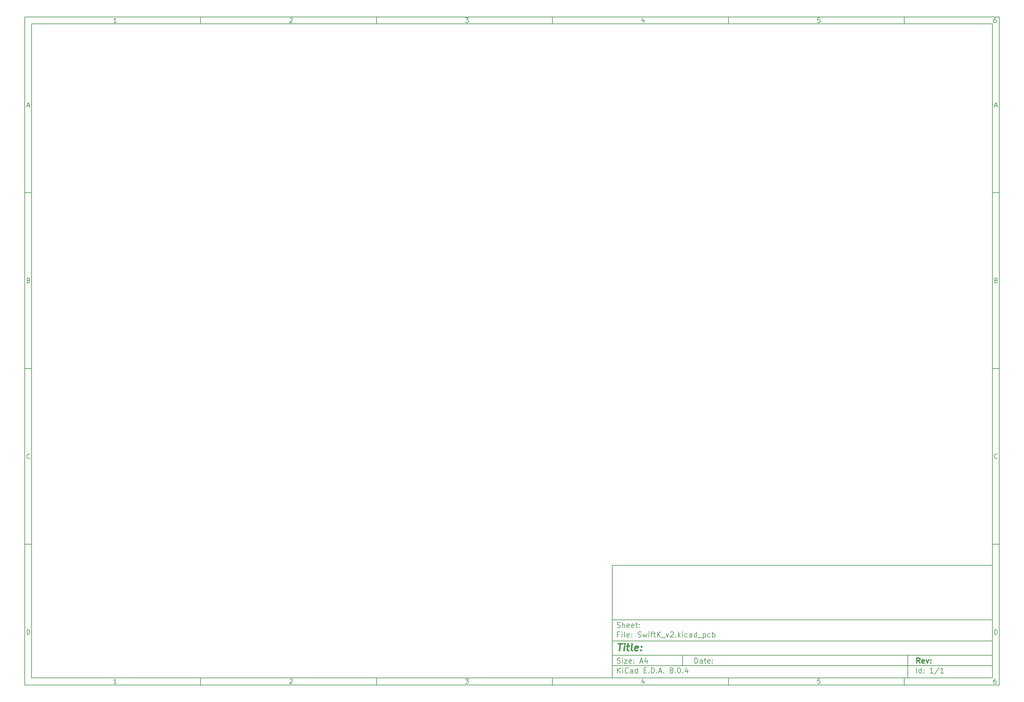
<source format=gbr>
%TF.GenerationSoftware,KiCad,Pcbnew,8.0.4*%
%TF.CreationDate,2024-11-11T17:23:57+08:00*%
%TF.ProjectId,SwiftK_v2,53776966-744b-45f7-9632-2e6b69636164,rev?*%
%TF.SameCoordinates,Original*%
%TF.FileFunction,Paste,Bot*%
%TF.FilePolarity,Positive*%
%FSLAX46Y46*%
G04 Gerber Fmt 4.6, Leading zero omitted, Abs format (unit mm)*
G04 Created by KiCad (PCBNEW 8.0.4) date 2024-11-11 17:23:57*
%MOMM*%
%LPD*%
G01*
G04 APERTURE LIST*
%ADD10C,0.100000*%
%ADD11C,0.150000*%
%ADD12C,0.300000*%
%ADD13C,0.400000*%
G04 APERTURE END LIST*
D10*
D11*
X177002200Y-166007200D02*
X285002200Y-166007200D01*
X285002200Y-198007200D01*
X177002200Y-198007200D01*
X177002200Y-166007200D01*
D10*
D11*
X10000000Y-10000000D02*
X287002200Y-10000000D01*
X287002200Y-200007200D01*
X10000000Y-200007200D01*
X10000000Y-10000000D01*
D10*
D11*
X12000000Y-12000000D02*
X285002200Y-12000000D01*
X285002200Y-198007200D01*
X12000000Y-198007200D01*
X12000000Y-12000000D01*
D10*
D11*
X60000000Y-12000000D02*
X60000000Y-10000000D01*
D10*
D11*
X110000000Y-12000000D02*
X110000000Y-10000000D01*
D10*
D11*
X160000000Y-12000000D02*
X160000000Y-10000000D01*
D10*
D11*
X210000000Y-12000000D02*
X210000000Y-10000000D01*
D10*
D11*
X260000000Y-12000000D02*
X260000000Y-10000000D01*
D10*
D11*
X36089160Y-11593604D02*
X35346303Y-11593604D01*
X35717731Y-11593604D02*
X35717731Y-10293604D01*
X35717731Y-10293604D02*
X35593922Y-10479319D01*
X35593922Y-10479319D02*
X35470112Y-10603128D01*
X35470112Y-10603128D02*
X35346303Y-10665033D01*
D10*
D11*
X85346303Y-10417414D02*
X85408207Y-10355509D01*
X85408207Y-10355509D02*
X85532017Y-10293604D01*
X85532017Y-10293604D02*
X85841541Y-10293604D01*
X85841541Y-10293604D02*
X85965350Y-10355509D01*
X85965350Y-10355509D02*
X86027255Y-10417414D01*
X86027255Y-10417414D02*
X86089160Y-10541223D01*
X86089160Y-10541223D02*
X86089160Y-10665033D01*
X86089160Y-10665033D02*
X86027255Y-10850747D01*
X86027255Y-10850747D02*
X85284398Y-11593604D01*
X85284398Y-11593604D02*
X86089160Y-11593604D01*
D10*
D11*
X135284398Y-10293604D02*
X136089160Y-10293604D01*
X136089160Y-10293604D02*
X135655826Y-10788842D01*
X135655826Y-10788842D02*
X135841541Y-10788842D01*
X135841541Y-10788842D02*
X135965350Y-10850747D01*
X135965350Y-10850747D02*
X136027255Y-10912652D01*
X136027255Y-10912652D02*
X136089160Y-11036461D01*
X136089160Y-11036461D02*
X136089160Y-11345985D01*
X136089160Y-11345985D02*
X136027255Y-11469795D01*
X136027255Y-11469795D02*
X135965350Y-11531700D01*
X135965350Y-11531700D02*
X135841541Y-11593604D01*
X135841541Y-11593604D02*
X135470112Y-11593604D01*
X135470112Y-11593604D02*
X135346303Y-11531700D01*
X135346303Y-11531700D02*
X135284398Y-11469795D01*
D10*
D11*
X185965350Y-10726938D02*
X185965350Y-11593604D01*
X185655826Y-10231700D02*
X185346303Y-11160271D01*
X185346303Y-11160271D02*
X186151064Y-11160271D01*
D10*
D11*
X236027255Y-10293604D02*
X235408207Y-10293604D01*
X235408207Y-10293604D02*
X235346303Y-10912652D01*
X235346303Y-10912652D02*
X235408207Y-10850747D01*
X235408207Y-10850747D02*
X235532017Y-10788842D01*
X235532017Y-10788842D02*
X235841541Y-10788842D01*
X235841541Y-10788842D02*
X235965350Y-10850747D01*
X235965350Y-10850747D02*
X236027255Y-10912652D01*
X236027255Y-10912652D02*
X236089160Y-11036461D01*
X236089160Y-11036461D02*
X236089160Y-11345985D01*
X236089160Y-11345985D02*
X236027255Y-11469795D01*
X236027255Y-11469795D02*
X235965350Y-11531700D01*
X235965350Y-11531700D02*
X235841541Y-11593604D01*
X235841541Y-11593604D02*
X235532017Y-11593604D01*
X235532017Y-11593604D02*
X235408207Y-11531700D01*
X235408207Y-11531700D02*
X235346303Y-11469795D01*
D10*
D11*
X285965350Y-10293604D02*
X285717731Y-10293604D01*
X285717731Y-10293604D02*
X285593922Y-10355509D01*
X285593922Y-10355509D02*
X285532017Y-10417414D01*
X285532017Y-10417414D02*
X285408207Y-10603128D01*
X285408207Y-10603128D02*
X285346303Y-10850747D01*
X285346303Y-10850747D02*
X285346303Y-11345985D01*
X285346303Y-11345985D02*
X285408207Y-11469795D01*
X285408207Y-11469795D02*
X285470112Y-11531700D01*
X285470112Y-11531700D02*
X285593922Y-11593604D01*
X285593922Y-11593604D02*
X285841541Y-11593604D01*
X285841541Y-11593604D02*
X285965350Y-11531700D01*
X285965350Y-11531700D02*
X286027255Y-11469795D01*
X286027255Y-11469795D02*
X286089160Y-11345985D01*
X286089160Y-11345985D02*
X286089160Y-11036461D01*
X286089160Y-11036461D02*
X286027255Y-10912652D01*
X286027255Y-10912652D02*
X285965350Y-10850747D01*
X285965350Y-10850747D02*
X285841541Y-10788842D01*
X285841541Y-10788842D02*
X285593922Y-10788842D01*
X285593922Y-10788842D02*
X285470112Y-10850747D01*
X285470112Y-10850747D02*
X285408207Y-10912652D01*
X285408207Y-10912652D02*
X285346303Y-11036461D01*
D10*
D11*
X60000000Y-198007200D02*
X60000000Y-200007200D01*
D10*
D11*
X110000000Y-198007200D02*
X110000000Y-200007200D01*
D10*
D11*
X160000000Y-198007200D02*
X160000000Y-200007200D01*
D10*
D11*
X210000000Y-198007200D02*
X210000000Y-200007200D01*
D10*
D11*
X260000000Y-198007200D02*
X260000000Y-200007200D01*
D10*
D11*
X36089160Y-199600804D02*
X35346303Y-199600804D01*
X35717731Y-199600804D02*
X35717731Y-198300804D01*
X35717731Y-198300804D02*
X35593922Y-198486519D01*
X35593922Y-198486519D02*
X35470112Y-198610328D01*
X35470112Y-198610328D02*
X35346303Y-198672233D01*
D10*
D11*
X85346303Y-198424614D02*
X85408207Y-198362709D01*
X85408207Y-198362709D02*
X85532017Y-198300804D01*
X85532017Y-198300804D02*
X85841541Y-198300804D01*
X85841541Y-198300804D02*
X85965350Y-198362709D01*
X85965350Y-198362709D02*
X86027255Y-198424614D01*
X86027255Y-198424614D02*
X86089160Y-198548423D01*
X86089160Y-198548423D02*
X86089160Y-198672233D01*
X86089160Y-198672233D02*
X86027255Y-198857947D01*
X86027255Y-198857947D02*
X85284398Y-199600804D01*
X85284398Y-199600804D02*
X86089160Y-199600804D01*
D10*
D11*
X135284398Y-198300804D02*
X136089160Y-198300804D01*
X136089160Y-198300804D02*
X135655826Y-198796042D01*
X135655826Y-198796042D02*
X135841541Y-198796042D01*
X135841541Y-198796042D02*
X135965350Y-198857947D01*
X135965350Y-198857947D02*
X136027255Y-198919852D01*
X136027255Y-198919852D02*
X136089160Y-199043661D01*
X136089160Y-199043661D02*
X136089160Y-199353185D01*
X136089160Y-199353185D02*
X136027255Y-199476995D01*
X136027255Y-199476995D02*
X135965350Y-199538900D01*
X135965350Y-199538900D02*
X135841541Y-199600804D01*
X135841541Y-199600804D02*
X135470112Y-199600804D01*
X135470112Y-199600804D02*
X135346303Y-199538900D01*
X135346303Y-199538900D02*
X135284398Y-199476995D01*
D10*
D11*
X185965350Y-198734138D02*
X185965350Y-199600804D01*
X185655826Y-198238900D02*
X185346303Y-199167471D01*
X185346303Y-199167471D02*
X186151064Y-199167471D01*
D10*
D11*
X236027255Y-198300804D02*
X235408207Y-198300804D01*
X235408207Y-198300804D02*
X235346303Y-198919852D01*
X235346303Y-198919852D02*
X235408207Y-198857947D01*
X235408207Y-198857947D02*
X235532017Y-198796042D01*
X235532017Y-198796042D02*
X235841541Y-198796042D01*
X235841541Y-198796042D02*
X235965350Y-198857947D01*
X235965350Y-198857947D02*
X236027255Y-198919852D01*
X236027255Y-198919852D02*
X236089160Y-199043661D01*
X236089160Y-199043661D02*
X236089160Y-199353185D01*
X236089160Y-199353185D02*
X236027255Y-199476995D01*
X236027255Y-199476995D02*
X235965350Y-199538900D01*
X235965350Y-199538900D02*
X235841541Y-199600804D01*
X235841541Y-199600804D02*
X235532017Y-199600804D01*
X235532017Y-199600804D02*
X235408207Y-199538900D01*
X235408207Y-199538900D02*
X235346303Y-199476995D01*
D10*
D11*
X285965350Y-198300804D02*
X285717731Y-198300804D01*
X285717731Y-198300804D02*
X285593922Y-198362709D01*
X285593922Y-198362709D02*
X285532017Y-198424614D01*
X285532017Y-198424614D02*
X285408207Y-198610328D01*
X285408207Y-198610328D02*
X285346303Y-198857947D01*
X285346303Y-198857947D02*
X285346303Y-199353185D01*
X285346303Y-199353185D02*
X285408207Y-199476995D01*
X285408207Y-199476995D02*
X285470112Y-199538900D01*
X285470112Y-199538900D02*
X285593922Y-199600804D01*
X285593922Y-199600804D02*
X285841541Y-199600804D01*
X285841541Y-199600804D02*
X285965350Y-199538900D01*
X285965350Y-199538900D02*
X286027255Y-199476995D01*
X286027255Y-199476995D02*
X286089160Y-199353185D01*
X286089160Y-199353185D02*
X286089160Y-199043661D01*
X286089160Y-199043661D02*
X286027255Y-198919852D01*
X286027255Y-198919852D02*
X285965350Y-198857947D01*
X285965350Y-198857947D02*
X285841541Y-198796042D01*
X285841541Y-198796042D02*
X285593922Y-198796042D01*
X285593922Y-198796042D02*
X285470112Y-198857947D01*
X285470112Y-198857947D02*
X285408207Y-198919852D01*
X285408207Y-198919852D02*
X285346303Y-199043661D01*
D10*
D11*
X10000000Y-60000000D02*
X12000000Y-60000000D01*
D10*
D11*
X10000000Y-110000000D02*
X12000000Y-110000000D01*
D10*
D11*
X10000000Y-160000000D02*
X12000000Y-160000000D01*
D10*
D11*
X10690476Y-35222176D02*
X11309523Y-35222176D01*
X10566666Y-35593604D02*
X10999999Y-34293604D01*
X10999999Y-34293604D02*
X11433333Y-35593604D01*
D10*
D11*
X11092857Y-84912652D02*
X11278571Y-84974557D01*
X11278571Y-84974557D02*
X11340476Y-85036461D01*
X11340476Y-85036461D02*
X11402380Y-85160271D01*
X11402380Y-85160271D02*
X11402380Y-85345985D01*
X11402380Y-85345985D02*
X11340476Y-85469795D01*
X11340476Y-85469795D02*
X11278571Y-85531700D01*
X11278571Y-85531700D02*
X11154761Y-85593604D01*
X11154761Y-85593604D02*
X10659523Y-85593604D01*
X10659523Y-85593604D02*
X10659523Y-84293604D01*
X10659523Y-84293604D02*
X11092857Y-84293604D01*
X11092857Y-84293604D02*
X11216666Y-84355509D01*
X11216666Y-84355509D02*
X11278571Y-84417414D01*
X11278571Y-84417414D02*
X11340476Y-84541223D01*
X11340476Y-84541223D02*
X11340476Y-84665033D01*
X11340476Y-84665033D02*
X11278571Y-84788842D01*
X11278571Y-84788842D02*
X11216666Y-84850747D01*
X11216666Y-84850747D02*
X11092857Y-84912652D01*
X11092857Y-84912652D02*
X10659523Y-84912652D01*
D10*
D11*
X11402380Y-135469795D02*
X11340476Y-135531700D01*
X11340476Y-135531700D02*
X11154761Y-135593604D01*
X11154761Y-135593604D02*
X11030952Y-135593604D01*
X11030952Y-135593604D02*
X10845238Y-135531700D01*
X10845238Y-135531700D02*
X10721428Y-135407890D01*
X10721428Y-135407890D02*
X10659523Y-135284080D01*
X10659523Y-135284080D02*
X10597619Y-135036461D01*
X10597619Y-135036461D02*
X10597619Y-134850747D01*
X10597619Y-134850747D02*
X10659523Y-134603128D01*
X10659523Y-134603128D02*
X10721428Y-134479319D01*
X10721428Y-134479319D02*
X10845238Y-134355509D01*
X10845238Y-134355509D02*
X11030952Y-134293604D01*
X11030952Y-134293604D02*
X11154761Y-134293604D01*
X11154761Y-134293604D02*
X11340476Y-134355509D01*
X11340476Y-134355509D02*
X11402380Y-134417414D01*
D10*
D11*
X10659523Y-185593604D02*
X10659523Y-184293604D01*
X10659523Y-184293604D02*
X10969047Y-184293604D01*
X10969047Y-184293604D02*
X11154761Y-184355509D01*
X11154761Y-184355509D02*
X11278571Y-184479319D01*
X11278571Y-184479319D02*
X11340476Y-184603128D01*
X11340476Y-184603128D02*
X11402380Y-184850747D01*
X11402380Y-184850747D02*
X11402380Y-185036461D01*
X11402380Y-185036461D02*
X11340476Y-185284080D01*
X11340476Y-185284080D02*
X11278571Y-185407890D01*
X11278571Y-185407890D02*
X11154761Y-185531700D01*
X11154761Y-185531700D02*
X10969047Y-185593604D01*
X10969047Y-185593604D02*
X10659523Y-185593604D01*
D10*
D11*
X287002200Y-60000000D02*
X285002200Y-60000000D01*
D10*
D11*
X287002200Y-110000000D02*
X285002200Y-110000000D01*
D10*
D11*
X287002200Y-160000000D02*
X285002200Y-160000000D01*
D10*
D11*
X285692676Y-35222176D02*
X286311723Y-35222176D01*
X285568866Y-35593604D02*
X286002199Y-34293604D01*
X286002199Y-34293604D02*
X286435533Y-35593604D01*
D10*
D11*
X286095057Y-84912652D02*
X286280771Y-84974557D01*
X286280771Y-84974557D02*
X286342676Y-85036461D01*
X286342676Y-85036461D02*
X286404580Y-85160271D01*
X286404580Y-85160271D02*
X286404580Y-85345985D01*
X286404580Y-85345985D02*
X286342676Y-85469795D01*
X286342676Y-85469795D02*
X286280771Y-85531700D01*
X286280771Y-85531700D02*
X286156961Y-85593604D01*
X286156961Y-85593604D02*
X285661723Y-85593604D01*
X285661723Y-85593604D02*
X285661723Y-84293604D01*
X285661723Y-84293604D02*
X286095057Y-84293604D01*
X286095057Y-84293604D02*
X286218866Y-84355509D01*
X286218866Y-84355509D02*
X286280771Y-84417414D01*
X286280771Y-84417414D02*
X286342676Y-84541223D01*
X286342676Y-84541223D02*
X286342676Y-84665033D01*
X286342676Y-84665033D02*
X286280771Y-84788842D01*
X286280771Y-84788842D02*
X286218866Y-84850747D01*
X286218866Y-84850747D02*
X286095057Y-84912652D01*
X286095057Y-84912652D02*
X285661723Y-84912652D01*
D10*
D11*
X286404580Y-135469795D02*
X286342676Y-135531700D01*
X286342676Y-135531700D02*
X286156961Y-135593604D01*
X286156961Y-135593604D02*
X286033152Y-135593604D01*
X286033152Y-135593604D02*
X285847438Y-135531700D01*
X285847438Y-135531700D02*
X285723628Y-135407890D01*
X285723628Y-135407890D02*
X285661723Y-135284080D01*
X285661723Y-135284080D02*
X285599819Y-135036461D01*
X285599819Y-135036461D02*
X285599819Y-134850747D01*
X285599819Y-134850747D02*
X285661723Y-134603128D01*
X285661723Y-134603128D02*
X285723628Y-134479319D01*
X285723628Y-134479319D02*
X285847438Y-134355509D01*
X285847438Y-134355509D02*
X286033152Y-134293604D01*
X286033152Y-134293604D02*
X286156961Y-134293604D01*
X286156961Y-134293604D02*
X286342676Y-134355509D01*
X286342676Y-134355509D02*
X286404580Y-134417414D01*
D10*
D11*
X285661723Y-185593604D02*
X285661723Y-184293604D01*
X285661723Y-184293604D02*
X285971247Y-184293604D01*
X285971247Y-184293604D02*
X286156961Y-184355509D01*
X286156961Y-184355509D02*
X286280771Y-184479319D01*
X286280771Y-184479319D02*
X286342676Y-184603128D01*
X286342676Y-184603128D02*
X286404580Y-184850747D01*
X286404580Y-184850747D02*
X286404580Y-185036461D01*
X286404580Y-185036461D02*
X286342676Y-185284080D01*
X286342676Y-185284080D02*
X286280771Y-185407890D01*
X286280771Y-185407890D02*
X286156961Y-185531700D01*
X286156961Y-185531700D02*
X285971247Y-185593604D01*
X285971247Y-185593604D02*
X285661723Y-185593604D01*
D10*
D11*
X200458026Y-193793328D02*
X200458026Y-192293328D01*
X200458026Y-192293328D02*
X200815169Y-192293328D01*
X200815169Y-192293328D02*
X201029455Y-192364757D01*
X201029455Y-192364757D02*
X201172312Y-192507614D01*
X201172312Y-192507614D02*
X201243741Y-192650471D01*
X201243741Y-192650471D02*
X201315169Y-192936185D01*
X201315169Y-192936185D02*
X201315169Y-193150471D01*
X201315169Y-193150471D02*
X201243741Y-193436185D01*
X201243741Y-193436185D02*
X201172312Y-193579042D01*
X201172312Y-193579042D02*
X201029455Y-193721900D01*
X201029455Y-193721900D02*
X200815169Y-193793328D01*
X200815169Y-193793328D02*
X200458026Y-193793328D01*
X202600884Y-193793328D02*
X202600884Y-193007614D01*
X202600884Y-193007614D02*
X202529455Y-192864757D01*
X202529455Y-192864757D02*
X202386598Y-192793328D01*
X202386598Y-192793328D02*
X202100884Y-192793328D01*
X202100884Y-192793328D02*
X201958026Y-192864757D01*
X202600884Y-193721900D02*
X202458026Y-193793328D01*
X202458026Y-193793328D02*
X202100884Y-193793328D01*
X202100884Y-193793328D02*
X201958026Y-193721900D01*
X201958026Y-193721900D02*
X201886598Y-193579042D01*
X201886598Y-193579042D02*
X201886598Y-193436185D01*
X201886598Y-193436185D02*
X201958026Y-193293328D01*
X201958026Y-193293328D02*
X202100884Y-193221900D01*
X202100884Y-193221900D02*
X202458026Y-193221900D01*
X202458026Y-193221900D02*
X202600884Y-193150471D01*
X203100884Y-192793328D02*
X203672312Y-192793328D01*
X203315169Y-192293328D02*
X203315169Y-193579042D01*
X203315169Y-193579042D02*
X203386598Y-193721900D01*
X203386598Y-193721900D02*
X203529455Y-193793328D01*
X203529455Y-193793328D02*
X203672312Y-193793328D01*
X204743741Y-193721900D02*
X204600884Y-193793328D01*
X204600884Y-193793328D02*
X204315170Y-193793328D01*
X204315170Y-193793328D02*
X204172312Y-193721900D01*
X204172312Y-193721900D02*
X204100884Y-193579042D01*
X204100884Y-193579042D02*
X204100884Y-193007614D01*
X204100884Y-193007614D02*
X204172312Y-192864757D01*
X204172312Y-192864757D02*
X204315170Y-192793328D01*
X204315170Y-192793328D02*
X204600884Y-192793328D01*
X204600884Y-192793328D02*
X204743741Y-192864757D01*
X204743741Y-192864757D02*
X204815170Y-193007614D01*
X204815170Y-193007614D02*
X204815170Y-193150471D01*
X204815170Y-193150471D02*
X204100884Y-193293328D01*
X205458026Y-193650471D02*
X205529455Y-193721900D01*
X205529455Y-193721900D02*
X205458026Y-193793328D01*
X205458026Y-193793328D02*
X205386598Y-193721900D01*
X205386598Y-193721900D02*
X205458026Y-193650471D01*
X205458026Y-193650471D02*
X205458026Y-193793328D01*
X205458026Y-192864757D02*
X205529455Y-192936185D01*
X205529455Y-192936185D02*
X205458026Y-193007614D01*
X205458026Y-193007614D02*
X205386598Y-192936185D01*
X205386598Y-192936185D02*
X205458026Y-192864757D01*
X205458026Y-192864757D02*
X205458026Y-193007614D01*
D10*
D11*
X177002200Y-194507200D02*
X285002200Y-194507200D01*
D10*
D11*
X178458026Y-196593328D02*
X178458026Y-195093328D01*
X179315169Y-196593328D02*
X178672312Y-195736185D01*
X179315169Y-195093328D02*
X178458026Y-195950471D01*
X179958026Y-196593328D02*
X179958026Y-195593328D01*
X179958026Y-195093328D02*
X179886598Y-195164757D01*
X179886598Y-195164757D02*
X179958026Y-195236185D01*
X179958026Y-195236185D02*
X180029455Y-195164757D01*
X180029455Y-195164757D02*
X179958026Y-195093328D01*
X179958026Y-195093328D02*
X179958026Y-195236185D01*
X181529455Y-196450471D02*
X181458027Y-196521900D01*
X181458027Y-196521900D02*
X181243741Y-196593328D01*
X181243741Y-196593328D02*
X181100884Y-196593328D01*
X181100884Y-196593328D02*
X180886598Y-196521900D01*
X180886598Y-196521900D02*
X180743741Y-196379042D01*
X180743741Y-196379042D02*
X180672312Y-196236185D01*
X180672312Y-196236185D02*
X180600884Y-195950471D01*
X180600884Y-195950471D02*
X180600884Y-195736185D01*
X180600884Y-195736185D02*
X180672312Y-195450471D01*
X180672312Y-195450471D02*
X180743741Y-195307614D01*
X180743741Y-195307614D02*
X180886598Y-195164757D01*
X180886598Y-195164757D02*
X181100884Y-195093328D01*
X181100884Y-195093328D02*
X181243741Y-195093328D01*
X181243741Y-195093328D02*
X181458027Y-195164757D01*
X181458027Y-195164757D02*
X181529455Y-195236185D01*
X182815170Y-196593328D02*
X182815170Y-195807614D01*
X182815170Y-195807614D02*
X182743741Y-195664757D01*
X182743741Y-195664757D02*
X182600884Y-195593328D01*
X182600884Y-195593328D02*
X182315170Y-195593328D01*
X182315170Y-195593328D02*
X182172312Y-195664757D01*
X182815170Y-196521900D02*
X182672312Y-196593328D01*
X182672312Y-196593328D02*
X182315170Y-196593328D01*
X182315170Y-196593328D02*
X182172312Y-196521900D01*
X182172312Y-196521900D02*
X182100884Y-196379042D01*
X182100884Y-196379042D02*
X182100884Y-196236185D01*
X182100884Y-196236185D02*
X182172312Y-196093328D01*
X182172312Y-196093328D02*
X182315170Y-196021900D01*
X182315170Y-196021900D02*
X182672312Y-196021900D01*
X182672312Y-196021900D02*
X182815170Y-195950471D01*
X184172313Y-196593328D02*
X184172313Y-195093328D01*
X184172313Y-196521900D02*
X184029455Y-196593328D01*
X184029455Y-196593328D02*
X183743741Y-196593328D01*
X183743741Y-196593328D02*
X183600884Y-196521900D01*
X183600884Y-196521900D02*
X183529455Y-196450471D01*
X183529455Y-196450471D02*
X183458027Y-196307614D01*
X183458027Y-196307614D02*
X183458027Y-195879042D01*
X183458027Y-195879042D02*
X183529455Y-195736185D01*
X183529455Y-195736185D02*
X183600884Y-195664757D01*
X183600884Y-195664757D02*
X183743741Y-195593328D01*
X183743741Y-195593328D02*
X184029455Y-195593328D01*
X184029455Y-195593328D02*
X184172313Y-195664757D01*
X186029455Y-195807614D02*
X186529455Y-195807614D01*
X186743741Y-196593328D02*
X186029455Y-196593328D01*
X186029455Y-196593328D02*
X186029455Y-195093328D01*
X186029455Y-195093328D02*
X186743741Y-195093328D01*
X187386598Y-196450471D02*
X187458027Y-196521900D01*
X187458027Y-196521900D02*
X187386598Y-196593328D01*
X187386598Y-196593328D02*
X187315170Y-196521900D01*
X187315170Y-196521900D02*
X187386598Y-196450471D01*
X187386598Y-196450471D02*
X187386598Y-196593328D01*
X188100884Y-196593328D02*
X188100884Y-195093328D01*
X188100884Y-195093328D02*
X188458027Y-195093328D01*
X188458027Y-195093328D02*
X188672313Y-195164757D01*
X188672313Y-195164757D02*
X188815170Y-195307614D01*
X188815170Y-195307614D02*
X188886599Y-195450471D01*
X188886599Y-195450471D02*
X188958027Y-195736185D01*
X188958027Y-195736185D02*
X188958027Y-195950471D01*
X188958027Y-195950471D02*
X188886599Y-196236185D01*
X188886599Y-196236185D02*
X188815170Y-196379042D01*
X188815170Y-196379042D02*
X188672313Y-196521900D01*
X188672313Y-196521900D02*
X188458027Y-196593328D01*
X188458027Y-196593328D02*
X188100884Y-196593328D01*
X189600884Y-196450471D02*
X189672313Y-196521900D01*
X189672313Y-196521900D02*
X189600884Y-196593328D01*
X189600884Y-196593328D02*
X189529456Y-196521900D01*
X189529456Y-196521900D02*
X189600884Y-196450471D01*
X189600884Y-196450471D02*
X189600884Y-196593328D01*
X190243742Y-196164757D02*
X190958028Y-196164757D01*
X190100885Y-196593328D02*
X190600885Y-195093328D01*
X190600885Y-195093328D02*
X191100885Y-196593328D01*
X191600884Y-196450471D02*
X191672313Y-196521900D01*
X191672313Y-196521900D02*
X191600884Y-196593328D01*
X191600884Y-196593328D02*
X191529456Y-196521900D01*
X191529456Y-196521900D02*
X191600884Y-196450471D01*
X191600884Y-196450471D02*
X191600884Y-196593328D01*
X193672313Y-195736185D02*
X193529456Y-195664757D01*
X193529456Y-195664757D02*
X193458027Y-195593328D01*
X193458027Y-195593328D02*
X193386599Y-195450471D01*
X193386599Y-195450471D02*
X193386599Y-195379042D01*
X193386599Y-195379042D02*
X193458027Y-195236185D01*
X193458027Y-195236185D02*
X193529456Y-195164757D01*
X193529456Y-195164757D02*
X193672313Y-195093328D01*
X193672313Y-195093328D02*
X193958027Y-195093328D01*
X193958027Y-195093328D02*
X194100885Y-195164757D01*
X194100885Y-195164757D02*
X194172313Y-195236185D01*
X194172313Y-195236185D02*
X194243742Y-195379042D01*
X194243742Y-195379042D02*
X194243742Y-195450471D01*
X194243742Y-195450471D02*
X194172313Y-195593328D01*
X194172313Y-195593328D02*
X194100885Y-195664757D01*
X194100885Y-195664757D02*
X193958027Y-195736185D01*
X193958027Y-195736185D02*
X193672313Y-195736185D01*
X193672313Y-195736185D02*
X193529456Y-195807614D01*
X193529456Y-195807614D02*
X193458027Y-195879042D01*
X193458027Y-195879042D02*
X193386599Y-196021900D01*
X193386599Y-196021900D02*
X193386599Y-196307614D01*
X193386599Y-196307614D02*
X193458027Y-196450471D01*
X193458027Y-196450471D02*
X193529456Y-196521900D01*
X193529456Y-196521900D02*
X193672313Y-196593328D01*
X193672313Y-196593328D02*
X193958027Y-196593328D01*
X193958027Y-196593328D02*
X194100885Y-196521900D01*
X194100885Y-196521900D02*
X194172313Y-196450471D01*
X194172313Y-196450471D02*
X194243742Y-196307614D01*
X194243742Y-196307614D02*
X194243742Y-196021900D01*
X194243742Y-196021900D02*
X194172313Y-195879042D01*
X194172313Y-195879042D02*
X194100885Y-195807614D01*
X194100885Y-195807614D02*
X193958027Y-195736185D01*
X194886598Y-196450471D02*
X194958027Y-196521900D01*
X194958027Y-196521900D02*
X194886598Y-196593328D01*
X194886598Y-196593328D02*
X194815170Y-196521900D01*
X194815170Y-196521900D02*
X194886598Y-196450471D01*
X194886598Y-196450471D02*
X194886598Y-196593328D01*
X195886599Y-195093328D02*
X196029456Y-195093328D01*
X196029456Y-195093328D02*
X196172313Y-195164757D01*
X196172313Y-195164757D02*
X196243742Y-195236185D01*
X196243742Y-195236185D02*
X196315170Y-195379042D01*
X196315170Y-195379042D02*
X196386599Y-195664757D01*
X196386599Y-195664757D02*
X196386599Y-196021900D01*
X196386599Y-196021900D02*
X196315170Y-196307614D01*
X196315170Y-196307614D02*
X196243742Y-196450471D01*
X196243742Y-196450471D02*
X196172313Y-196521900D01*
X196172313Y-196521900D02*
X196029456Y-196593328D01*
X196029456Y-196593328D02*
X195886599Y-196593328D01*
X195886599Y-196593328D02*
X195743742Y-196521900D01*
X195743742Y-196521900D02*
X195672313Y-196450471D01*
X195672313Y-196450471D02*
X195600884Y-196307614D01*
X195600884Y-196307614D02*
X195529456Y-196021900D01*
X195529456Y-196021900D02*
X195529456Y-195664757D01*
X195529456Y-195664757D02*
X195600884Y-195379042D01*
X195600884Y-195379042D02*
X195672313Y-195236185D01*
X195672313Y-195236185D02*
X195743742Y-195164757D01*
X195743742Y-195164757D02*
X195886599Y-195093328D01*
X197029455Y-196450471D02*
X197100884Y-196521900D01*
X197100884Y-196521900D02*
X197029455Y-196593328D01*
X197029455Y-196593328D02*
X196958027Y-196521900D01*
X196958027Y-196521900D02*
X197029455Y-196450471D01*
X197029455Y-196450471D02*
X197029455Y-196593328D01*
X198386599Y-195593328D02*
X198386599Y-196593328D01*
X198029456Y-195021900D02*
X197672313Y-196093328D01*
X197672313Y-196093328D02*
X198600884Y-196093328D01*
D10*
D11*
X177002200Y-191507200D02*
X285002200Y-191507200D01*
D10*
D12*
X264413853Y-193785528D02*
X263913853Y-193071242D01*
X263556710Y-193785528D02*
X263556710Y-192285528D01*
X263556710Y-192285528D02*
X264128139Y-192285528D01*
X264128139Y-192285528D02*
X264270996Y-192356957D01*
X264270996Y-192356957D02*
X264342425Y-192428385D01*
X264342425Y-192428385D02*
X264413853Y-192571242D01*
X264413853Y-192571242D02*
X264413853Y-192785528D01*
X264413853Y-192785528D02*
X264342425Y-192928385D01*
X264342425Y-192928385D02*
X264270996Y-192999814D01*
X264270996Y-192999814D02*
X264128139Y-193071242D01*
X264128139Y-193071242D02*
X263556710Y-193071242D01*
X265628139Y-193714100D02*
X265485282Y-193785528D01*
X265485282Y-193785528D02*
X265199568Y-193785528D01*
X265199568Y-193785528D02*
X265056710Y-193714100D01*
X265056710Y-193714100D02*
X264985282Y-193571242D01*
X264985282Y-193571242D02*
X264985282Y-192999814D01*
X264985282Y-192999814D02*
X265056710Y-192856957D01*
X265056710Y-192856957D02*
X265199568Y-192785528D01*
X265199568Y-192785528D02*
X265485282Y-192785528D01*
X265485282Y-192785528D02*
X265628139Y-192856957D01*
X265628139Y-192856957D02*
X265699568Y-192999814D01*
X265699568Y-192999814D02*
X265699568Y-193142671D01*
X265699568Y-193142671D02*
X264985282Y-193285528D01*
X266199567Y-192785528D02*
X266556710Y-193785528D01*
X266556710Y-193785528D02*
X266913853Y-192785528D01*
X267485281Y-193642671D02*
X267556710Y-193714100D01*
X267556710Y-193714100D02*
X267485281Y-193785528D01*
X267485281Y-193785528D02*
X267413853Y-193714100D01*
X267413853Y-193714100D02*
X267485281Y-193642671D01*
X267485281Y-193642671D02*
X267485281Y-193785528D01*
X267485281Y-192856957D02*
X267556710Y-192928385D01*
X267556710Y-192928385D02*
X267485281Y-192999814D01*
X267485281Y-192999814D02*
X267413853Y-192928385D01*
X267413853Y-192928385D02*
X267485281Y-192856957D01*
X267485281Y-192856957D02*
X267485281Y-192999814D01*
D10*
D11*
X178386598Y-193721900D02*
X178600884Y-193793328D01*
X178600884Y-193793328D02*
X178958026Y-193793328D01*
X178958026Y-193793328D02*
X179100884Y-193721900D01*
X179100884Y-193721900D02*
X179172312Y-193650471D01*
X179172312Y-193650471D02*
X179243741Y-193507614D01*
X179243741Y-193507614D02*
X179243741Y-193364757D01*
X179243741Y-193364757D02*
X179172312Y-193221900D01*
X179172312Y-193221900D02*
X179100884Y-193150471D01*
X179100884Y-193150471D02*
X178958026Y-193079042D01*
X178958026Y-193079042D02*
X178672312Y-193007614D01*
X178672312Y-193007614D02*
X178529455Y-192936185D01*
X178529455Y-192936185D02*
X178458026Y-192864757D01*
X178458026Y-192864757D02*
X178386598Y-192721900D01*
X178386598Y-192721900D02*
X178386598Y-192579042D01*
X178386598Y-192579042D02*
X178458026Y-192436185D01*
X178458026Y-192436185D02*
X178529455Y-192364757D01*
X178529455Y-192364757D02*
X178672312Y-192293328D01*
X178672312Y-192293328D02*
X179029455Y-192293328D01*
X179029455Y-192293328D02*
X179243741Y-192364757D01*
X179886597Y-193793328D02*
X179886597Y-192793328D01*
X179886597Y-192293328D02*
X179815169Y-192364757D01*
X179815169Y-192364757D02*
X179886597Y-192436185D01*
X179886597Y-192436185D02*
X179958026Y-192364757D01*
X179958026Y-192364757D02*
X179886597Y-192293328D01*
X179886597Y-192293328D02*
X179886597Y-192436185D01*
X180458026Y-192793328D02*
X181243741Y-192793328D01*
X181243741Y-192793328D02*
X180458026Y-193793328D01*
X180458026Y-193793328D02*
X181243741Y-193793328D01*
X182386598Y-193721900D02*
X182243741Y-193793328D01*
X182243741Y-193793328D02*
X181958027Y-193793328D01*
X181958027Y-193793328D02*
X181815169Y-193721900D01*
X181815169Y-193721900D02*
X181743741Y-193579042D01*
X181743741Y-193579042D02*
X181743741Y-193007614D01*
X181743741Y-193007614D02*
X181815169Y-192864757D01*
X181815169Y-192864757D02*
X181958027Y-192793328D01*
X181958027Y-192793328D02*
X182243741Y-192793328D01*
X182243741Y-192793328D02*
X182386598Y-192864757D01*
X182386598Y-192864757D02*
X182458027Y-193007614D01*
X182458027Y-193007614D02*
X182458027Y-193150471D01*
X182458027Y-193150471D02*
X181743741Y-193293328D01*
X183100883Y-193650471D02*
X183172312Y-193721900D01*
X183172312Y-193721900D02*
X183100883Y-193793328D01*
X183100883Y-193793328D02*
X183029455Y-193721900D01*
X183029455Y-193721900D02*
X183100883Y-193650471D01*
X183100883Y-193650471D02*
X183100883Y-193793328D01*
X183100883Y-192864757D02*
X183172312Y-192936185D01*
X183172312Y-192936185D02*
X183100883Y-193007614D01*
X183100883Y-193007614D02*
X183029455Y-192936185D01*
X183029455Y-192936185D02*
X183100883Y-192864757D01*
X183100883Y-192864757D02*
X183100883Y-193007614D01*
X184886598Y-193364757D02*
X185600884Y-193364757D01*
X184743741Y-193793328D02*
X185243741Y-192293328D01*
X185243741Y-192293328D02*
X185743741Y-193793328D01*
X186886598Y-192793328D02*
X186886598Y-193793328D01*
X186529455Y-192221900D02*
X186172312Y-193293328D01*
X186172312Y-193293328D02*
X187100883Y-193293328D01*
D10*
D11*
X263458026Y-196593328D02*
X263458026Y-195093328D01*
X264815170Y-196593328D02*
X264815170Y-195093328D01*
X264815170Y-196521900D02*
X264672312Y-196593328D01*
X264672312Y-196593328D02*
X264386598Y-196593328D01*
X264386598Y-196593328D02*
X264243741Y-196521900D01*
X264243741Y-196521900D02*
X264172312Y-196450471D01*
X264172312Y-196450471D02*
X264100884Y-196307614D01*
X264100884Y-196307614D02*
X264100884Y-195879042D01*
X264100884Y-195879042D02*
X264172312Y-195736185D01*
X264172312Y-195736185D02*
X264243741Y-195664757D01*
X264243741Y-195664757D02*
X264386598Y-195593328D01*
X264386598Y-195593328D02*
X264672312Y-195593328D01*
X264672312Y-195593328D02*
X264815170Y-195664757D01*
X265529455Y-196450471D02*
X265600884Y-196521900D01*
X265600884Y-196521900D02*
X265529455Y-196593328D01*
X265529455Y-196593328D02*
X265458027Y-196521900D01*
X265458027Y-196521900D02*
X265529455Y-196450471D01*
X265529455Y-196450471D02*
X265529455Y-196593328D01*
X265529455Y-195664757D02*
X265600884Y-195736185D01*
X265600884Y-195736185D02*
X265529455Y-195807614D01*
X265529455Y-195807614D02*
X265458027Y-195736185D01*
X265458027Y-195736185D02*
X265529455Y-195664757D01*
X265529455Y-195664757D02*
X265529455Y-195807614D01*
X268172313Y-196593328D02*
X267315170Y-196593328D01*
X267743741Y-196593328D02*
X267743741Y-195093328D01*
X267743741Y-195093328D02*
X267600884Y-195307614D01*
X267600884Y-195307614D02*
X267458027Y-195450471D01*
X267458027Y-195450471D02*
X267315170Y-195521900D01*
X269886598Y-195021900D02*
X268600884Y-196950471D01*
X271172313Y-196593328D02*
X270315170Y-196593328D01*
X270743741Y-196593328D02*
X270743741Y-195093328D01*
X270743741Y-195093328D02*
X270600884Y-195307614D01*
X270600884Y-195307614D02*
X270458027Y-195450471D01*
X270458027Y-195450471D02*
X270315170Y-195521900D01*
D10*
D11*
X177002200Y-187507200D02*
X285002200Y-187507200D01*
D10*
D13*
X178693928Y-188211638D02*
X179836785Y-188211638D01*
X179015357Y-190211638D02*
X179265357Y-188211638D01*
X180253452Y-190211638D02*
X180420119Y-188878304D01*
X180503452Y-188211638D02*
X180396309Y-188306876D01*
X180396309Y-188306876D02*
X180479643Y-188402114D01*
X180479643Y-188402114D02*
X180586786Y-188306876D01*
X180586786Y-188306876D02*
X180503452Y-188211638D01*
X180503452Y-188211638D02*
X180479643Y-188402114D01*
X181086786Y-188878304D02*
X181848690Y-188878304D01*
X181455833Y-188211638D02*
X181241548Y-189925923D01*
X181241548Y-189925923D02*
X181312976Y-190116400D01*
X181312976Y-190116400D02*
X181491548Y-190211638D01*
X181491548Y-190211638D02*
X181682024Y-190211638D01*
X182634405Y-190211638D02*
X182455833Y-190116400D01*
X182455833Y-190116400D02*
X182384405Y-189925923D01*
X182384405Y-189925923D02*
X182598690Y-188211638D01*
X184170119Y-190116400D02*
X183967738Y-190211638D01*
X183967738Y-190211638D02*
X183586785Y-190211638D01*
X183586785Y-190211638D02*
X183408214Y-190116400D01*
X183408214Y-190116400D02*
X183336785Y-189925923D01*
X183336785Y-189925923D02*
X183432024Y-189164019D01*
X183432024Y-189164019D02*
X183551071Y-188973542D01*
X183551071Y-188973542D02*
X183753452Y-188878304D01*
X183753452Y-188878304D02*
X184134404Y-188878304D01*
X184134404Y-188878304D02*
X184312976Y-188973542D01*
X184312976Y-188973542D02*
X184384404Y-189164019D01*
X184384404Y-189164019D02*
X184360595Y-189354495D01*
X184360595Y-189354495D02*
X183384404Y-189544971D01*
X185134405Y-190021161D02*
X185217738Y-190116400D01*
X185217738Y-190116400D02*
X185110595Y-190211638D01*
X185110595Y-190211638D02*
X185027262Y-190116400D01*
X185027262Y-190116400D02*
X185134405Y-190021161D01*
X185134405Y-190021161D02*
X185110595Y-190211638D01*
X185265357Y-188973542D02*
X185348690Y-189068780D01*
X185348690Y-189068780D02*
X185241548Y-189164019D01*
X185241548Y-189164019D02*
X185158214Y-189068780D01*
X185158214Y-189068780D02*
X185265357Y-188973542D01*
X185265357Y-188973542D02*
X185241548Y-189164019D01*
D10*
D11*
X178958026Y-185607614D02*
X178458026Y-185607614D01*
X178458026Y-186393328D02*
X178458026Y-184893328D01*
X178458026Y-184893328D02*
X179172312Y-184893328D01*
X179743740Y-186393328D02*
X179743740Y-185393328D01*
X179743740Y-184893328D02*
X179672312Y-184964757D01*
X179672312Y-184964757D02*
X179743740Y-185036185D01*
X179743740Y-185036185D02*
X179815169Y-184964757D01*
X179815169Y-184964757D02*
X179743740Y-184893328D01*
X179743740Y-184893328D02*
X179743740Y-185036185D01*
X180672312Y-186393328D02*
X180529455Y-186321900D01*
X180529455Y-186321900D02*
X180458026Y-186179042D01*
X180458026Y-186179042D02*
X180458026Y-184893328D01*
X181815169Y-186321900D02*
X181672312Y-186393328D01*
X181672312Y-186393328D02*
X181386598Y-186393328D01*
X181386598Y-186393328D02*
X181243740Y-186321900D01*
X181243740Y-186321900D02*
X181172312Y-186179042D01*
X181172312Y-186179042D02*
X181172312Y-185607614D01*
X181172312Y-185607614D02*
X181243740Y-185464757D01*
X181243740Y-185464757D02*
X181386598Y-185393328D01*
X181386598Y-185393328D02*
X181672312Y-185393328D01*
X181672312Y-185393328D02*
X181815169Y-185464757D01*
X181815169Y-185464757D02*
X181886598Y-185607614D01*
X181886598Y-185607614D02*
X181886598Y-185750471D01*
X181886598Y-185750471D02*
X181172312Y-185893328D01*
X182529454Y-186250471D02*
X182600883Y-186321900D01*
X182600883Y-186321900D02*
X182529454Y-186393328D01*
X182529454Y-186393328D02*
X182458026Y-186321900D01*
X182458026Y-186321900D02*
X182529454Y-186250471D01*
X182529454Y-186250471D02*
X182529454Y-186393328D01*
X182529454Y-185464757D02*
X182600883Y-185536185D01*
X182600883Y-185536185D02*
X182529454Y-185607614D01*
X182529454Y-185607614D02*
X182458026Y-185536185D01*
X182458026Y-185536185D02*
X182529454Y-185464757D01*
X182529454Y-185464757D02*
X182529454Y-185607614D01*
X184315169Y-186321900D02*
X184529455Y-186393328D01*
X184529455Y-186393328D02*
X184886597Y-186393328D01*
X184886597Y-186393328D02*
X185029455Y-186321900D01*
X185029455Y-186321900D02*
X185100883Y-186250471D01*
X185100883Y-186250471D02*
X185172312Y-186107614D01*
X185172312Y-186107614D02*
X185172312Y-185964757D01*
X185172312Y-185964757D02*
X185100883Y-185821900D01*
X185100883Y-185821900D02*
X185029455Y-185750471D01*
X185029455Y-185750471D02*
X184886597Y-185679042D01*
X184886597Y-185679042D02*
X184600883Y-185607614D01*
X184600883Y-185607614D02*
X184458026Y-185536185D01*
X184458026Y-185536185D02*
X184386597Y-185464757D01*
X184386597Y-185464757D02*
X184315169Y-185321900D01*
X184315169Y-185321900D02*
X184315169Y-185179042D01*
X184315169Y-185179042D02*
X184386597Y-185036185D01*
X184386597Y-185036185D02*
X184458026Y-184964757D01*
X184458026Y-184964757D02*
X184600883Y-184893328D01*
X184600883Y-184893328D02*
X184958026Y-184893328D01*
X184958026Y-184893328D02*
X185172312Y-184964757D01*
X185672311Y-185393328D02*
X185958026Y-186393328D01*
X185958026Y-186393328D02*
X186243740Y-185679042D01*
X186243740Y-185679042D02*
X186529454Y-186393328D01*
X186529454Y-186393328D02*
X186815168Y-185393328D01*
X187386597Y-186393328D02*
X187386597Y-185393328D01*
X187386597Y-184893328D02*
X187315169Y-184964757D01*
X187315169Y-184964757D02*
X187386597Y-185036185D01*
X187386597Y-185036185D02*
X187458026Y-184964757D01*
X187458026Y-184964757D02*
X187386597Y-184893328D01*
X187386597Y-184893328D02*
X187386597Y-185036185D01*
X187886598Y-185393328D02*
X188458026Y-185393328D01*
X188100883Y-186393328D02*
X188100883Y-185107614D01*
X188100883Y-185107614D02*
X188172312Y-184964757D01*
X188172312Y-184964757D02*
X188315169Y-184893328D01*
X188315169Y-184893328D02*
X188458026Y-184893328D01*
X188743741Y-185393328D02*
X189315169Y-185393328D01*
X188958026Y-184893328D02*
X188958026Y-186179042D01*
X188958026Y-186179042D02*
X189029455Y-186321900D01*
X189029455Y-186321900D02*
X189172312Y-186393328D01*
X189172312Y-186393328D02*
X189315169Y-186393328D01*
X189815169Y-186393328D02*
X189815169Y-184893328D01*
X190672312Y-186393328D02*
X190029455Y-185536185D01*
X190672312Y-184893328D02*
X189815169Y-185750471D01*
X190958027Y-186536185D02*
X192100884Y-186536185D01*
X192315169Y-185393328D02*
X192672312Y-186393328D01*
X192672312Y-186393328D02*
X193029455Y-185393328D01*
X193529455Y-185036185D02*
X193600883Y-184964757D01*
X193600883Y-184964757D02*
X193743741Y-184893328D01*
X193743741Y-184893328D02*
X194100883Y-184893328D01*
X194100883Y-184893328D02*
X194243741Y-184964757D01*
X194243741Y-184964757D02*
X194315169Y-185036185D01*
X194315169Y-185036185D02*
X194386598Y-185179042D01*
X194386598Y-185179042D02*
X194386598Y-185321900D01*
X194386598Y-185321900D02*
X194315169Y-185536185D01*
X194315169Y-185536185D02*
X193458026Y-186393328D01*
X193458026Y-186393328D02*
X194386598Y-186393328D01*
X195029454Y-186250471D02*
X195100883Y-186321900D01*
X195100883Y-186321900D02*
X195029454Y-186393328D01*
X195029454Y-186393328D02*
X194958026Y-186321900D01*
X194958026Y-186321900D02*
X195029454Y-186250471D01*
X195029454Y-186250471D02*
X195029454Y-186393328D01*
X195743740Y-186393328D02*
X195743740Y-184893328D01*
X195886598Y-185821900D02*
X196315169Y-186393328D01*
X196315169Y-185393328D02*
X195743740Y-185964757D01*
X196958026Y-186393328D02*
X196958026Y-185393328D01*
X196958026Y-184893328D02*
X196886598Y-184964757D01*
X196886598Y-184964757D02*
X196958026Y-185036185D01*
X196958026Y-185036185D02*
X197029455Y-184964757D01*
X197029455Y-184964757D02*
X196958026Y-184893328D01*
X196958026Y-184893328D02*
X196958026Y-185036185D01*
X198315170Y-186321900D02*
X198172312Y-186393328D01*
X198172312Y-186393328D02*
X197886598Y-186393328D01*
X197886598Y-186393328D02*
X197743741Y-186321900D01*
X197743741Y-186321900D02*
X197672312Y-186250471D01*
X197672312Y-186250471D02*
X197600884Y-186107614D01*
X197600884Y-186107614D02*
X197600884Y-185679042D01*
X197600884Y-185679042D02*
X197672312Y-185536185D01*
X197672312Y-185536185D02*
X197743741Y-185464757D01*
X197743741Y-185464757D02*
X197886598Y-185393328D01*
X197886598Y-185393328D02*
X198172312Y-185393328D01*
X198172312Y-185393328D02*
X198315170Y-185464757D01*
X199600884Y-186393328D02*
X199600884Y-185607614D01*
X199600884Y-185607614D02*
X199529455Y-185464757D01*
X199529455Y-185464757D02*
X199386598Y-185393328D01*
X199386598Y-185393328D02*
X199100884Y-185393328D01*
X199100884Y-185393328D02*
X198958026Y-185464757D01*
X199600884Y-186321900D02*
X199458026Y-186393328D01*
X199458026Y-186393328D02*
X199100884Y-186393328D01*
X199100884Y-186393328D02*
X198958026Y-186321900D01*
X198958026Y-186321900D02*
X198886598Y-186179042D01*
X198886598Y-186179042D02*
X198886598Y-186036185D01*
X198886598Y-186036185D02*
X198958026Y-185893328D01*
X198958026Y-185893328D02*
X199100884Y-185821900D01*
X199100884Y-185821900D02*
X199458026Y-185821900D01*
X199458026Y-185821900D02*
X199600884Y-185750471D01*
X200958027Y-186393328D02*
X200958027Y-184893328D01*
X200958027Y-186321900D02*
X200815169Y-186393328D01*
X200815169Y-186393328D02*
X200529455Y-186393328D01*
X200529455Y-186393328D02*
X200386598Y-186321900D01*
X200386598Y-186321900D02*
X200315169Y-186250471D01*
X200315169Y-186250471D02*
X200243741Y-186107614D01*
X200243741Y-186107614D02*
X200243741Y-185679042D01*
X200243741Y-185679042D02*
X200315169Y-185536185D01*
X200315169Y-185536185D02*
X200386598Y-185464757D01*
X200386598Y-185464757D02*
X200529455Y-185393328D01*
X200529455Y-185393328D02*
X200815169Y-185393328D01*
X200815169Y-185393328D02*
X200958027Y-185464757D01*
X201315170Y-186536185D02*
X202458027Y-186536185D01*
X202815169Y-185393328D02*
X202815169Y-186893328D01*
X202815169Y-185464757D02*
X202958027Y-185393328D01*
X202958027Y-185393328D02*
X203243741Y-185393328D01*
X203243741Y-185393328D02*
X203386598Y-185464757D01*
X203386598Y-185464757D02*
X203458027Y-185536185D01*
X203458027Y-185536185D02*
X203529455Y-185679042D01*
X203529455Y-185679042D02*
X203529455Y-186107614D01*
X203529455Y-186107614D02*
X203458027Y-186250471D01*
X203458027Y-186250471D02*
X203386598Y-186321900D01*
X203386598Y-186321900D02*
X203243741Y-186393328D01*
X203243741Y-186393328D02*
X202958027Y-186393328D01*
X202958027Y-186393328D02*
X202815169Y-186321900D01*
X204815170Y-186321900D02*
X204672312Y-186393328D01*
X204672312Y-186393328D02*
X204386598Y-186393328D01*
X204386598Y-186393328D02*
X204243741Y-186321900D01*
X204243741Y-186321900D02*
X204172312Y-186250471D01*
X204172312Y-186250471D02*
X204100884Y-186107614D01*
X204100884Y-186107614D02*
X204100884Y-185679042D01*
X204100884Y-185679042D02*
X204172312Y-185536185D01*
X204172312Y-185536185D02*
X204243741Y-185464757D01*
X204243741Y-185464757D02*
X204386598Y-185393328D01*
X204386598Y-185393328D02*
X204672312Y-185393328D01*
X204672312Y-185393328D02*
X204815170Y-185464757D01*
X205458026Y-186393328D02*
X205458026Y-184893328D01*
X205458026Y-185464757D02*
X205600884Y-185393328D01*
X205600884Y-185393328D02*
X205886598Y-185393328D01*
X205886598Y-185393328D02*
X206029455Y-185464757D01*
X206029455Y-185464757D02*
X206100884Y-185536185D01*
X206100884Y-185536185D02*
X206172312Y-185679042D01*
X206172312Y-185679042D02*
X206172312Y-186107614D01*
X206172312Y-186107614D02*
X206100884Y-186250471D01*
X206100884Y-186250471D02*
X206029455Y-186321900D01*
X206029455Y-186321900D02*
X205886598Y-186393328D01*
X205886598Y-186393328D02*
X205600884Y-186393328D01*
X205600884Y-186393328D02*
X205458026Y-186321900D01*
D10*
D11*
X177002200Y-181507200D02*
X285002200Y-181507200D01*
D10*
D11*
X178386598Y-183621900D02*
X178600884Y-183693328D01*
X178600884Y-183693328D02*
X178958026Y-183693328D01*
X178958026Y-183693328D02*
X179100884Y-183621900D01*
X179100884Y-183621900D02*
X179172312Y-183550471D01*
X179172312Y-183550471D02*
X179243741Y-183407614D01*
X179243741Y-183407614D02*
X179243741Y-183264757D01*
X179243741Y-183264757D02*
X179172312Y-183121900D01*
X179172312Y-183121900D02*
X179100884Y-183050471D01*
X179100884Y-183050471D02*
X178958026Y-182979042D01*
X178958026Y-182979042D02*
X178672312Y-182907614D01*
X178672312Y-182907614D02*
X178529455Y-182836185D01*
X178529455Y-182836185D02*
X178458026Y-182764757D01*
X178458026Y-182764757D02*
X178386598Y-182621900D01*
X178386598Y-182621900D02*
X178386598Y-182479042D01*
X178386598Y-182479042D02*
X178458026Y-182336185D01*
X178458026Y-182336185D02*
X178529455Y-182264757D01*
X178529455Y-182264757D02*
X178672312Y-182193328D01*
X178672312Y-182193328D02*
X179029455Y-182193328D01*
X179029455Y-182193328D02*
X179243741Y-182264757D01*
X179886597Y-183693328D02*
X179886597Y-182193328D01*
X180529455Y-183693328D02*
X180529455Y-182907614D01*
X180529455Y-182907614D02*
X180458026Y-182764757D01*
X180458026Y-182764757D02*
X180315169Y-182693328D01*
X180315169Y-182693328D02*
X180100883Y-182693328D01*
X180100883Y-182693328D02*
X179958026Y-182764757D01*
X179958026Y-182764757D02*
X179886597Y-182836185D01*
X181815169Y-183621900D02*
X181672312Y-183693328D01*
X181672312Y-183693328D02*
X181386598Y-183693328D01*
X181386598Y-183693328D02*
X181243740Y-183621900D01*
X181243740Y-183621900D02*
X181172312Y-183479042D01*
X181172312Y-183479042D02*
X181172312Y-182907614D01*
X181172312Y-182907614D02*
X181243740Y-182764757D01*
X181243740Y-182764757D02*
X181386598Y-182693328D01*
X181386598Y-182693328D02*
X181672312Y-182693328D01*
X181672312Y-182693328D02*
X181815169Y-182764757D01*
X181815169Y-182764757D02*
X181886598Y-182907614D01*
X181886598Y-182907614D02*
X181886598Y-183050471D01*
X181886598Y-183050471D02*
X181172312Y-183193328D01*
X183100883Y-183621900D02*
X182958026Y-183693328D01*
X182958026Y-183693328D02*
X182672312Y-183693328D01*
X182672312Y-183693328D02*
X182529454Y-183621900D01*
X182529454Y-183621900D02*
X182458026Y-183479042D01*
X182458026Y-183479042D02*
X182458026Y-182907614D01*
X182458026Y-182907614D02*
X182529454Y-182764757D01*
X182529454Y-182764757D02*
X182672312Y-182693328D01*
X182672312Y-182693328D02*
X182958026Y-182693328D01*
X182958026Y-182693328D02*
X183100883Y-182764757D01*
X183100883Y-182764757D02*
X183172312Y-182907614D01*
X183172312Y-182907614D02*
X183172312Y-183050471D01*
X183172312Y-183050471D02*
X182458026Y-183193328D01*
X183600883Y-182693328D02*
X184172311Y-182693328D01*
X183815168Y-182193328D02*
X183815168Y-183479042D01*
X183815168Y-183479042D02*
X183886597Y-183621900D01*
X183886597Y-183621900D02*
X184029454Y-183693328D01*
X184029454Y-183693328D02*
X184172311Y-183693328D01*
X184672311Y-183550471D02*
X184743740Y-183621900D01*
X184743740Y-183621900D02*
X184672311Y-183693328D01*
X184672311Y-183693328D02*
X184600883Y-183621900D01*
X184600883Y-183621900D02*
X184672311Y-183550471D01*
X184672311Y-183550471D02*
X184672311Y-183693328D01*
X184672311Y-182764757D02*
X184743740Y-182836185D01*
X184743740Y-182836185D02*
X184672311Y-182907614D01*
X184672311Y-182907614D02*
X184600883Y-182836185D01*
X184600883Y-182836185D02*
X184672311Y-182764757D01*
X184672311Y-182764757D02*
X184672311Y-182907614D01*
D10*
D11*
X197002200Y-191507200D02*
X197002200Y-194507200D01*
D10*
D11*
X261002200Y-191507200D02*
X261002200Y-198007200D01*
M02*

</source>
